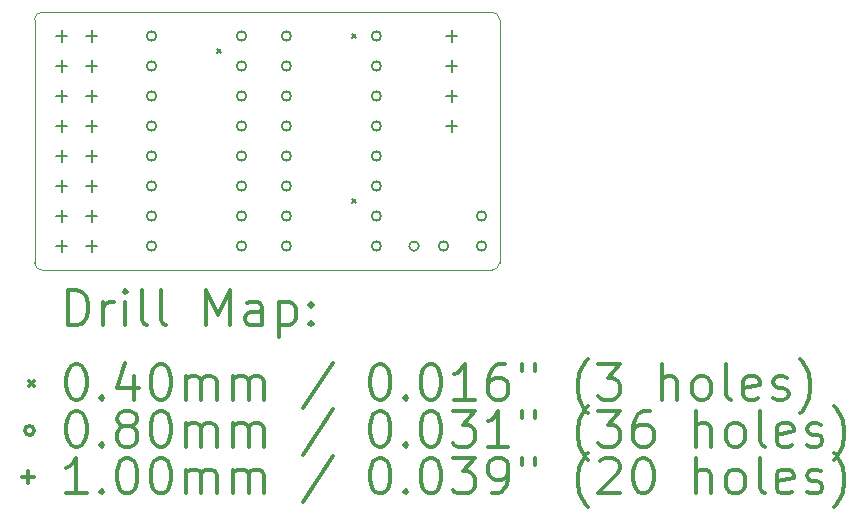
<source format=gbr>
%FSLAX45Y45*%
G04 Gerber Fmt 4.5, Leading zero omitted, Abs format (unit mm)*
G04 Created by KiCad (PCBNEW (5.1.2-1)-1) date 2023-07-30 19:20:17*
%MOMM*%
%LPD*%
G04 APERTURE LIST*
%ADD10C,0.050000*%
%ADD11C,0.200000*%
%ADD12C,0.300000*%
G04 APERTURE END LIST*
D10*
X4914900Y-1066800D02*
G75*
G02X4978400Y-1130300I0J-63500D01*
G01*
X4978400Y-3187700D02*
G75*
G02X4914900Y-3251200I-63500J0D01*
G01*
X1041400Y-1130300D02*
G75*
G02X1104900Y-1066800I63500J0D01*
G01*
X1104900Y-3251200D02*
G75*
G02X1041400Y-3187700I0J63500D01*
G01*
X1041400Y-1130300D02*
X1041400Y-3187700D01*
X4914900Y-3251200D02*
X1104900Y-3251200D01*
X4978400Y-1130300D02*
X4978400Y-3187700D01*
X1104900Y-1066800D02*
X4914900Y-1066800D01*
D11*
X2583500Y-1377000D02*
X2623500Y-1417000D01*
X2623500Y-1377000D02*
X2583500Y-1417000D01*
X3726500Y-1250000D02*
X3766500Y-1290000D01*
X3766500Y-1250000D02*
X3726500Y-1290000D01*
X3726500Y-2647000D02*
X3766500Y-2687000D01*
X3766500Y-2647000D02*
X3726500Y-2687000D01*
X4866000Y-2794000D02*
G75*
G03X4866000Y-2794000I-40000J0D01*
G01*
X4866000Y-3048000D02*
G75*
G03X4866000Y-3048000I-40000J0D01*
G01*
X2072000Y-1270000D02*
G75*
G03X2072000Y-1270000I-40000J0D01*
G01*
X2072000Y-1524000D02*
G75*
G03X2072000Y-1524000I-40000J0D01*
G01*
X2072000Y-1778000D02*
G75*
G03X2072000Y-1778000I-40000J0D01*
G01*
X2072000Y-2032000D02*
G75*
G03X2072000Y-2032000I-40000J0D01*
G01*
X2072000Y-2286000D02*
G75*
G03X2072000Y-2286000I-40000J0D01*
G01*
X2072000Y-2540000D02*
G75*
G03X2072000Y-2540000I-40000J0D01*
G01*
X2072000Y-2794000D02*
G75*
G03X2072000Y-2794000I-40000J0D01*
G01*
X2072000Y-3048000D02*
G75*
G03X2072000Y-3048000I-40000J0D01*
G01*
X2834000Y-1270000D02*
G75*
G03X2834000Y-1270000I-40000J0D01*
G01*
X2834000Y-1524000D02*
G75*
G03X2834000Y-1524000I-40000J0D01*
G01*
X2834000Y-1778000D02*
G75*
G03X2834000Y-1778000I-40000J0D01*
G01*
X2834000Y-2032000D02*
G75*
G03X2834000Y-2032000I-40000J0D01*
G01*
X2834000Y-2286000D02*
G75*
G03X2834000Y-2286000I-40000J0D01*
G01*
X2834000Y-2540000D02*
G75*
G03X2834000Y-2540000I-40000J0D01*
G01*
X2834000Y-2794000D02*
G75*
G03X2834000Y-2794000I-40000J0D01*
G01*
X2834000Y-3048000D02*
G75*
G03X2834000Y-3048000I-40000J0D01*
G01*
X4294500Y-3048000D02*
G75*
G03X4294500Y-3048000I-40000J0D01*
G01*
X4544500Y-3048000D02*
G75*
G03X4544500Y-3048000I-40000J0D01*
G01*
X3213500Y-1270000D02*
G75*
G03X3213500Y-1270000I-40000J0D01*
G01*
X3213500Y-1524000D02*
G75*
G03X3213500Y-1524000I-40000J0D01*
G01*
X3213500Y-1778000D02*
G75*
G03X3213500Y-1778000I-40000J0D01*
G01*
X3213500Y-2032000D02*
G75*
G03X3213500Y-2032000I-40000J0D01*
G01*
X3213500Y-2286000D02*
G75*
G03X3213500Y-2286000I-40000J0D01*
G01*
X3213500Y-2540000D02*
G75*
G03X3213500Y-2540000I-40000J0D01*
G01*
X3213500Y-2794000D02*
G75*
G03X3213500Y-2794000I-40000J0D01*
G01*
X3213500Y-3048000D02*
G75*
G03X3213500Y-3048000I-40000J0D01*
G01*
X3975500Y-1270000D02*
G75*
G03X3975500Y-1270000I-40000J0D01*
G01*
X3975500Y-1524000D02*
G75*
G03X3975500Y-1524000I-40000J0D01*
G01*
X3975500Y-1778000D02*
G75*
G03X3975500Y-1778000I-40000J0D01*
G01*
X3975500Y-2032000D02*
G75*
G03X3975500Y-2032000I-40000J0D01*
G01*
X3975500Y-2286000D02*
G75*
G03X3975500Y-2286000I-40000J0D01*
G01*
X3975500Y-2540000D02*
G75*
G03X3975500Y-2540000I-40000J0D01*
G01*
X3975500Y-2794000D02*
G75*
G03X3975500Y-2794000I-40000J0D01*
G01*
X3975500Y-3048000D02*
G75*
G03X3975500Y-3048000I-40000J0D01*
G01*
X4572000Y-1220000D02*
X4572000Y-1320000D01*
X4522000Y-1270000D02*
X4622000Y-1270000D01*
X4572000Y-1474000D02*
X4572000Y-1574000D01*
X4522000Y-1524000D02*
X4622000Y-1524000D01*
X4572000Y-1728000D02*
X4572000Y-1828000D01*
X4522000Y-1778000D02*
X4622000Y-1778000D01*
X4572000Y-1982000D02*
X4572000Y-2082000D01*
X4522000Y-2032000D02*
X4622000Y-2032000D01*
X1270000Y-1220000D02*
X1270000Y-1320000D01*
X1220000Y-1270000D02*
X1320000Y-1270000D01*
X1270000Y-1474000D02*
X1270000Y-1574000D01*
X1220000Y-1524000D02*
X1320000Y-1524000D01*
X1270000Y-1728000D02*
X1270000Y-1828000D01*
X1220000Y-1778000D02*
X1320000Y-1778000D01*
X1270000Y-1982000D02*
X1270000Y-2082000D01*
X1220000Y-2032000D02*
X1320000Y-2032000D01*
X1270000Y-2236000D02*
X1270000Y-2336000D01*
X1220000Y-2286000D02*
X1320000Y-2286000D01*
X1270000Y-2490000D02*
X1270000Y-2590000D01*
X1220000Y-2540000D02*
X1320000Y-2540000D01*
X1270000Y-2744000D02*
X1270000Y-2844000D01*
X1220000Y-2794000D02*
X1320000Y-2794000D01*
X1270000Y-2998000D02*
X1270000Y-3098000D01*
X1220000Y-3048000D02*
X1320000Y-3048000D01*
X1524000Y-1220000D02*
X1524000Y-1320000D01*
X1474000Y-1270000D02*
X1574000Y-1270000D01*
X1524000Y-1474000D02*
X1524000Y-1574000D01*
X1474000Y-1524000D02*
X1574000Y-1524000D01*
X1524000Y-1728000D02*
X1524000Y-1828000D01*
X1474000Y-1778000D02*
X1574000Y-1778000D01*
X1524000Y-1982000D02*
X1524000Y-2082000D01*
X1474000Y-2032000D02*
X1574000Y-2032000D01*
X1524000Y-2236000D02*
X1524000Y-2336000D01*
X1474000Y-2286000D02*
X1574000Y-2286000D01*
X1524000Y-2490000D02*
X1524000Y-2590000D01*
X1474000Y-2540000D02*
X1574000Y-2540000D01*
X1524000Y-2744000D02*
X1524000Y-2844000D01*
X1474000Y-2794000D02*
X1574000Y-2794000D01*
X1524000Y-2998000D02*
X1524000Y-3098000D01*
X1474000Y-3048000D02*
X1574000Y-3048000D01*
D12*
X1325328Y-3719414D02*
X1325328Y-3419414D01*
X1396757Y-3419414D01*
X1439614Y-3433700D01*
X1468186Y-3462271D01*
X1482471Y-3490843D01*
X1496757Y-3547986D01*
X1496757Y-3590843D01*
X1482471Y-3647986D01*
X1468186Y-3676557D01*
X1439614Y-3705129D01*
X1396757Y-3719414D01*
X1325328Y-3719414D01*
X1625328Y-3719414D02*
X1625328Y-3519414D01*
X1625328Y-3576557D02*
X1639614Y-3547986D01*
X1653900Y-3533700D01*
X1682471Y-3519414D01*
X1711043Y-3519414D01*
X1811043Y-3719414D02*
X1811043Y-3519414D01*
X1811043Y-3419414D02*
X1796757Y-3433700D01*
X1811043Y-3447986D01*
X1825328Y-3433700D01*
X1811043Y-3419414D01*
X1811043Y-3447986D01*
X1996757Y-3719414D02*
X1968186Y-3705129D01*
X1953900Y-3676557D01*
X1953900Y-3419414D01*
X2153900Y-3719414D02*
X2125328Y-3705129D01*
X2111043Y-3676557D01*
X2111043Y-3419414D01*
X2496757Y-3719414D02*
X2496757Y-3419414D01*
X2596757Y-3633700D01*
X2696757Y-3419414D01*
X2696757Y-3719414D01*
X2968186Y-3719414D02*
X2968186Y-3562271D01*
X2953900Y-3533700D01*
X2925328Y-3519414D01*
X2868186Y-3519414D01*
X2839614Y-3533700D01*
X2968186Y-3705129D02*
X2939614Y-3719414D01*
X2868186Y-3719414D01*
X2839614Y-3705129D01*
X2825328Y-3676557D01*
X2825328Y-3647986D01*
X2839614Y-3619414D01*
X2868186Y-3605129D01*
X2939614Y-3605129D01*
X2968186Y-3590843D01*
X3111043Y-3519414D02*
X3111043Y-3819414D01*
X3111043Y-3533700D02*
X3139614Y-3519414D01*
X3196757Y-3519414D01*
X3225328Y-3533700D01*
X3239614Y-3547986D01*
X3253900Y-3576557D01*
X3253900Y-3662271D01*
X3239614Y-3690843D01*
X3225328Y-3705129D01*
X3196757Y-3719414D01*
X3139614Y-3719414D01*
X3111043Y-3705129D01*
X3382471Y-3690843D02*
X3396757Y-3705129D01*
X3382471Y-3719414D01*
X3368186Y-3705129D01*
X3382471Y-3690843D01*
X3382471Y-3719414D01*
X3382471Y-3533700D02*
X3396757Y-3547986D01*
X3382471Y-3562271D01*
X3368186Y-3547986D01*
X3382471Y-3533700D01*
X3382471Y-3562271D01*
X998900Y-4193700D02*
X1038900Y-4233700D01*
X1038900Y-4193700D02*
X998900Y-4233700D01*
X1382471Y-4049414D02*
X1411043Y-4049414D01*
X1439614Y-4063700D01*
X1453900Y-4077986D01*
X1468186Y-4106557D01*
X1482471Y-4163700D01*
X1482471Y-4235129D01*
X1468186Y-4292272D01*
X1453900Y-4320843D01*
X1439614Y-4335129D01*
X1411043Y-4349414D01*
X1382471Y-4349414D01*
X1353900Y-4335129D01*
X1339614Y-4320843D01*
X1325328Y-4292272D01*
X1311043Y-4235129D01*
X1311043Y-4163700D01*
X1325328Y-4106557D01*
X1339614Y-4077986D01*
X1353900Y-4063700D01*
X1382471Y-4049414D01*
X1611043Y-4320843D02*
X1625328Y-4335129D01*
X1611043Y-4349414D01*
X1596757Y-4335129D01*
X1611043Y-4320843D01*
X1611043Y-4349414D01*
X1882471Y-4149414D02*
X1882471Y-4349414D01*
X1811043Y-4035129D02*
X1739614Y-4249414D01*
X1925328Y-4249414D01*
X2096757Y-4049414D02*
X2125328Y-4049414D01*
X2153900Y-4063700D01*
X2168186Y-4077986D01*
X2182471Y-4106557D01*
X2196757Y-4163700D01*
X2196757Y-4235129D01*
X2182471Y-4292272D01*
X2168186Y-4320843D01*
X2153900Y-4335129D01*
X2125328Y-4349414D01*
X2096757Y-4349414D01*
X2068186Y-4335129D01*
X2053900Y-4320843D01*
X2039614Y-4292272D01*
X2025328Y-4235129D01*
X2025328Y-4163700D01*
X2039614Y-4106557D01*
X2053900Y-4077986D01*
X2068186Y-4063700D01*
X2096757Y-4049414D01*
X2325328Y-4349414D02*
X2325328Y-4149414D01*
X2325328Y-4177986D02*
X2339614Y-4163700D01*
X2368186Y-4149414D01*
X2411043Y-4149414D01*
X2439614Y-4163700D01*
X2453900Y-4192271D01*
X2453900Y-4349414D01*
X2453900Y-4192271D02*
X2468186Y-4163700D01*
X2496757Y-4149414D01*
X2539614Y-4149414D01*
X2568186Y-4163700D01*
X2582471Y-4192271D01*
X2582471Y-4349414D01*
X2725328Y-4349414D02*
X2725328Y-4149414D01*
X2725328Y-4177986D02*
X2739614Y-4163700D01*
X2768186Y-4149414D01*
X2811043Y-4149414D01*
X2839614Y-4163700D01*
X2853900Y-4192271D01*
X2853900Y-4349414D01*
X2853900Y-4192271D02*
X2868186Y-4163700D01*
X2896757Y-4149414D01*
X2939614Y-4149414D01*
X2968186Y-4163700D01*
X2982471Y-4192271D01*
X2982471Y-4349414D01*
X3568186Y-4035129D02*
X3311043Y-4420843D01*
X3953900Y-4049414D02*
X3982471Y-4049414D01*
X4011043Y-4063700D01*
X4025328Y-4077986D01*
X4039614Y-4106557D01*
X4053900Y-4163700D01*
X4053900Y-4235129D01*
X4039614Y-4292272D01*
X4025328Y-4320843D01*
X4011043Y-4335129D01*
X3982471Y-4349414D01*
X3953900Y-4349414D01*
X3925328Y-4335129D01*
X3911043Y-4320843D01*
X3896757Y-4292272D01*
X3882471Y-4235129D01*
X3882471Y-4163700D01*
X3896757Y-4106557D01*
X3911043Y-4077986D01*
X3925328Y-4063700D01*
X3953900Y-4049414D01*
X4182471Y-4320843D02*
X4196757Y-4335129D01*
X4182471Y-4349414D01*
X4168186Y-4335129D01*
X4182471Y-4320843D01*
X4182471Y-4349414D01*
X4382471Y-4049414D02*
X4411043Y-4049414D01*
X4439614Y-4063700D01*
X4453900Y-4077986D01*
X4468186Y-4106557D01*
X4482471Y-4163700D01*
X4482471Y-4235129D01*
X4468186Y-4292272D01*
X4453900Y-4320843D01*
X4439614Y-4335129D01*
X4411043Y-4349414D01*
X4382471Y-4349414D01*
X4353900Y-4335129D01*
X4339614Y-4320843D01*
X4325328Y-4292272D01*
X4311043Y-4235129D01*
X4311043Y-4163700D01*
X4325328Y-4106557D01*
X4339614Y-4077986D01*
X4353900Y-4063700D01*
X4382471Y-4049414D01*
X4768186Y-4349414D02*
X4596757Y-4349414D01*
X4682471Y-4349414D02*
X4682471Y-4049414D01*
X4653900Y-4092271D01*
X4625328Y-4120843D01*
X4596757Y-4135129D01*
X5025328Y-4049414D02*
X4968186Y-4049414D01*
X4939614Y-4063700D01*
X4925328Y-4077986D01*
X4896757Y-4120843D01*
X4882471Y-4177986D01*
X4882471Y-4292272D01*
X4896757Y-4320843D01*
X4911043Y-4335129D01*
X4939614Y-4349414D01*
X4996757Y-4349414D01*
X5025328Y-4335129D01*
X5039614Y-4320843D01*
X5053900Y-4292272D01*
X5053900Y-4220843D01*
X5039614Y-4192271D01*
X5025328Y-4177986D01*
X4996757Y-4163700D01*
X4939614Y-4163700D01*
X4911043Y-4177986D01*
X4896757Y-4192271D01*
X4882471Y-4220843D01*
X5168186Y-4049414D02*
X5168186Y-4106557D01*
X5282471Y-4049414D02*
X5282471Y-4106557D01*
X5725328Y-4463700D02*
X5711043Y-4449414D01*
X5682471Y-4406557D01*
X5668186Y-4377986D01*
X5653900Y-4335129D01*
X5639614Y-4263700D01*
X5639614Y-4206557D01*
X5653900Y-4135129D01*
X5668186Y-4092271D01*
X5682471Y-4063700D01*
X5711043Y-4020843D01*
X5725328Y-4006557D01*
X5811043Y-4049414D02*
X5996757Y-4049414D01*
X5896757Y-4163700D01*
X5939614Y-4163700D01*
X5968186Y-4177986D01*
X5982471Y-4192271D01*
X5996757Y-4220843D01*
X5996757Y-4292272D01*
X5982471Y-4320843D01*
X5968186Y-4335129D01*
X5939614Y-4349414D01*
X5853900Y-4349414D01*
X5825328Y-4335129D01*
X5811043Y-4320843D01*
X6353900Y-4349414D02*
X6353900Y-4049414D01*
X6482471Y-4349414D02*
X6482471Y-4192271D01*
X6468186Y-4163700D01*
X6439614Y-4149414D01*
X6396757Y-4149414D01*
X6368186Y-4163700D01*
X6353900Y-4177986D01*
X6668186Y-4349414D02*
X6639614Y-4335129D01*
X6625328Y-4320843D01*
X6611043Y-4292272D01*
X6611043Y-4206557D01*
X6625328Y-4177986D01*
X6639614Y-4163700D01*
X6668186Y-4149414D01*
X6711043Y-4149414D01*
X6739614Y-4163700D01*
X6753900Y-4177986D01*
X6768186Y-4206557D01*
X6768186Y-4292272D01*
X6753900Y-4320843D01*
X6739614Y-4335129D01*
X6711043Y-4349414D01*
X6668186Y-4349414D01*
X6939614Y-4349414D02*
X6911043Y-4335129D01*
X6896757Y-4306557D01*
X6896757Y-4049414D01*
X7168186Y-4335129D02*
X7139614Y-4349414D01*
X7082471Y-4349414D01*
X7053900Y-4335129D01*
X7039614Y-4306557D01*
X7039614Y-4192271D01*
X7053900Y-4163700D01*
X7082471Y-4149414D01*
X7139614Y-4149414D01*
X7168186Y-4163700D01*
X7182471Y-4192271D01*
X7182471Y-4220843D01*
X7039614Y-4249414D01*
X7296757Y-4335129D02*
X7325328Y-4349414D01*
X7382471Y-4349414D01*
X7411043Y-4335129D01*
X7425328Y-4306557D01*
X7425328Y-4292272D01*
X7411043Y-4263700D01*
X7382471Y-4249414D01*
X7339614Y-4249414D01*
X7311043Y-4235129D01*
X7296757Y-4206557D01*
X7296757Y-4192271D01*
X7311043Y-4163700D01*
X7339614Y-4149414D01*
X7382471Y-4149414D01*
X7411043Y-4163700D01*
X7525328Y-4463700D02*
X7539614Y-4449414D01*
X7568186Y-4406557D01*
X7582471Y-4377986D01*
X7596757Y-4335129D01*
X7611043Y-4263700D01*
X7611043Y-4206557D01*
X7596757Y-4135129D01*
X7582471Y-4092271D01*
X7568186Y-4063700D01*
X7539614Y-4020843D01*
X7525328Y-4006557D01*
X1038900Y-4609700D02*
G75*
G03X1038900Y-4609700I-40000J0D01*
G01*
X1382471Y-4445414D02*
X1411043Y-4445414D01*
X1439614Y-4459700D01*
X1453900Y-4473986D01*
X1468186Y-4502557D01*
X1482471Y-4559700D01*
X1482471Y-4631129D01*
X1468186Y-4688272D01*
X1453900Y-4716843D01*
X1439614Y-4731129D01*
X1411043Y-4745414D01*
X1382471Y-4745414D01*
X1353900Y-4731129D01*
X1339614Y-4716843D01*
X1325328Y-4688272D01*
X1311043Y-4631129D01*
X1311043Y-4559700D01*
X1325328Y-4502557D01*
X1339614Y-4473986D01*
X1353900Y-4459700D01*
X1382471Y-4445414D01*
X1611043Y-4716843D02*
X1625328Y-4731129D01*
X1611043Y-4745414D01*
X1596757Y-4731129D01*
X1611043Y-4716843D01*
X1611043Y-4745414D01*
X1796757Y-4573986D02*
X1768186Y-4559700D01*
X1753900Y-4545414D01*
X1739614Y-4516843D01*
X1739614Y-4502557D01*
X1753900Y-4473986D01*
X1768186Y-4459700D01*
X1796757Y-4445414D01*
X1853900Y-4445414D01*
X1882471Y-4459700D01*
X1896757Y-4473986D01*
X1911043Y-4502557D01*
X1911043Y-4516843D01*
X1896757Y-4545414D01*
X1882471Y-4559700D01*
X1853900Y-4573986D01*
X1796757Y-4573986D01*
X1768186Y-4588272D01*
X1753900Y-4602557D01*
X1739614Y-4631129D01*
X1739614Y-4688272D01*
X1753900Y-4716843D01*
X1768186Y-4731129D01*
X1796757Y-4745414D01*
X1853900Y-4745414D01*
X1882471Y-4731129D01*
X1896757Y-4716843D01*
X1911043Y-4688272D01*
X1911043Y-4631129D01*
X1896757Y-4602557D01*
X1882471Y-4588272D01*
X1853900Y-4573986D01*
X2096757Y-4445414D02*
X2125328Y-4445414D01*
X2153900Y-4459700D01*
X2168186Y-4473986D01*
X2182471Y-4502557D01*
X2196757Y-4559700D01*
X2196757Y-4631129D01*
X2182471Y-4688272D01*
X2168186Y-4716843D01*
X2153900Y-4731129D01*
X2125328Y-4745414D01*
X2096757Y-4745414D01*
X2068186Y-4731129D01*
X2053900Y-4716843D01*
X2039614Y-4688272D01*
X2025328Y-4631129D01*
X2025328Y-4559700D01*
X2039614Y-4502557D01*
X2053900Y-4473986D01*
X2068186Y-4459700D01*
X2096757Y-4445414D01*
X2325328Y-4745414D02*
X2325328Y-4545414D01*
X2325328Y-4573986D02*
X2339614Y-4559700D01*
X2368186Y-4545414D01*
X2411043Y-4545414D01*
X2439614Y-4559700D01*
X2453900Y-4588272D01*
X2453900Y-4745414D01*
X2453900Y-4588272D02*
X2468186Y-4559700D01*
X2496757Y-4545414D01*
X2539614Y-4545414D01*
X2568186Y-4559700D01*
X2582471Y-4588272D01*
X2582471Y-4745414D01*
X2725328Y-4745414D02*
X2725328Y-4545414D01*
X2725328Y-4573986D02*
X2739614Y-4559700D01*
X2768186Y-4545414D01*
X2811043Y-4545414D01*
X2839614Y-4559700D01*
X2853900Y-4588272D01*
X2853900Y-4745414D01*
X2853900Y-4588272D02*
X2868186Y-4559700D01*
X2896757Y-4545414D01*
X2939614Y-4545414D01*
X2968186Y-4559700D01*
X2982471Y-4588272D01*
X2982471Y-4745414D01*
X3568186Y-4431129D02*
X3311043Y-4816843D01*
X3953900Y-4445414D02*
X3982471Y-4445414D01*
X4011043Y-4459700D01*
X4025328Y-4473986D01*
X4039614Y-4502557D01*
X4053900Y-4559700D01*
X4053900Y-4631129D01*
X4039614Y-4688272D01*
X4025328Y-4716843D01*
X4011043Y-4731129D01*
X3982471Y-4745414D01*
X3953900Y-4745414D01*
X3925328Y-4731129D01*
X3911043Y-4716843D01*
X3896757Y-4688272D01*
X3882471Y-4631129D01*
X3882471Y-4559700D01*
X3896757Y-4502557D01*
X3911043Y-4473986D01*
X3925328Y-4459700D01*
X3953900Y-4445414D01*
X4182471Y-4716843D02*
X4196757Y-4731129D01*
X4182471Y-4745414D01*
X4168186Y-4731129D01*
X4182471Y-4716843D01*
X4182471Y-4745414D01*
X4382471Y-4445414D02*
X4411043Y-4445414D01*
X4439614Y-4459700D01*
X4453900Y-4473986D01*
X4468186Y-4502557D01*
X4482471Y-4559700D01*
X4482471Y-4631129D01*
X4468186Y-4688272D01*
X4453900Y-4716843D01*
X4439614Y-4731129D01*
X4411043Y-4745414D01*
X4382471Y-4745414D01*
X4353900Y-4731129D01*
X4339614Y-4716843D01*
X4325328Y-4688272D01*
X4311043Y-4631129D01*
X4311043Y-4559700D01*
X4325328Y-4502557D01*
X4339614Y-4473986D01*
X4353900Y-4459700D01*
X4382471Y-4445414D01*
X4582471Y-4445414D02*
X4768186Y-4445414D01*
X4668186Y-4559700D01*
X4711043Y-4559700D01*
X4739614Y-4573986D01*
X4753900Y-4588272D01*
X4768186Y-4616843D01*
X4768186Y-4688272D01*
X4753900Y-4716843D01*
X4739614Y-4731129D01*
X4711043Y-4745414D01*
X4625328Y-4745414D01*
X4596757Y-4731129D01*
X4582471Y-4716843D01*
X5053900Y-4745414D02*
X4882471Y-4745414D01*
X4968186Y-4745414D02*
X4968186Y-4445414D01*
X4939614Y-4488272D01*
X4911043Y-4516843D01*
X4882471Y-4531129D01*
X5168186Y-4445414D02*
X5168186Y-4502557D01*
X5282471Y-4445414D02*
X5282471Y-4502557D01*
X5725328Y-4859700D02*
X5711043Y-4845414D01*
X5682471Y-4802557D01*
X5668186Y-4773986D01*
X5653900Y-4731129D01*
X5639614Y-4659700D01*
X5639614Y-4602557D01*
X5653900Y-4531129D01*
X5668186Y-4488272D01*
X5682471Y-4459700D01*
X5711043Y-4416843D01*
X5725328Y-4402557D01*
X5811043Y-4445414D02*
X5996757Y-4445414D01*
X5896757Y-4559700D01*
X5939614Y-4559700D01*
X5968186Y-4573986D01*
X5982471Y-4588272D01*
X5996757Y-4616843D01*
X5996757Y-4688272D01*
X5982471Y-4716843D01*
X5968186Y-4731129D01*
X5939614Y-4745414D01*
X5853900Y-4745414D01*
X5825328Y-4731129D01*
X5811043Y-4716843D01*
X6253900Y-4445414D02*
X6196757Y-4445414D01*
X6168186Y-4459700D01*
X6153900Y-4473986D01*
X6125328Y-4516843D01*
X6111043Y-4573986D01*
X6111043Y-4688272D01*
X6125328Y-4716843D01*
X6139614Y-4731129D01*
X6168186Y-4745414D01*
X6225328Y-4745414D01*
X6253900Y-4731129D01*
X6268186Y-4716843D01*
X6282471Y-4688272D01*
X6282471Y-4616843D01*
X6268186Y-4588272D01*
X6253900Y-4573986D01*
X6225328Y-4559700D01*
X6168186Y-4559700D01*
X6139614Y-4573986D01*
X6125328Y-4588272D01*
X6111043Y-4616843D01*
X6639614Y-4745414D02*
X6639614Y-4445414D01*
X6768186Y-4745414D02*
X6768186Y-4588272D01*
X6753900Y-4559700D01*
X6725328Y-4545414D01*
X6682471Y-4545414D01*
X6653900Y-4559700D01*
X6639614Y-4573986D01*
X6953900Y-4745414D02*
X6925328Y-4731129D01*
X6911043Y-4716843D01*
X6896757Y-4688272D01*
X6896757Y-4602557D01*
X6911043Y-4573986D01*
X6925328Y-4559700D01*
X6953900Y-4545414D01*
X6996757Y-4545414D01*
X7025328Y-4559700D01*
X7039614Y-4573986D01*
X7053900Y-4602557D01*
X7053900Y-4688272D01*
X7039614Y-4716843D01*
X7025328Y-4731129D01*
X6996757Y-4745414D01*
X6953900Y-4745414D01*
X7225328Y-4745414D02*
X7196757Y-4731129D01*
X7182471Y-4702557D01*
X7182471Y-4445414D01*
X7453900Y-4731129D02*
X7425328Y-4745414D01*
X7368186Y-4745414D01*
X7339614Y-4731129D01*
X7325328Y-4702557D01*
X7325328Y-4588272D01*
X7339614Y-4559700D01*
X7368186Y-4545414D01*
X7425328Y-4545414D01*
X7453900Y-4559700D01*
X7468186Y-4588272D01*
X7468186Y-4616843D01*
X7325328Y-4645414D01*
X7582471Y-4731129D02*
X7611043Y-4745414D01*
X7668186Y-4745414D01*
X7696757Y-4731129D01*
X7711043Y-4702557D01*
X7711043Y-4688272D01*
X7696757Y-4659700D01*
X7668186Y-4645414D01*
X7625328Y-4645414D01*
X7596757Y-4631129D01*
X7582471Y-4602557D01*
X7582471Y-4588272D01*
X7596757Y-4559700D01*
X7625328Y-4545414D01*
X7668186Y-4545414D01*
X7696757Y-4559700D01*
X7811043Y-4859700D02*
X7825328Y-4845414D01*
X7853900Y-4802557D01*
X7868186Y-4773986D01*
X7882471Y-4731129D01*
X7896757Y-4659700D01*
X7896757Y-4602557D01*
X7882471Y-4531129D01*
X7868186Y-4488272D01*
X7853900Y-4459700D01*
X7825328Y-4416843D01*
X7811043Y-4402557D01*
X988900Y-4955700D02*
X988900Y-5055700D01*
X938900Y-5005700D02*
X1038900Y-5005700D01*
X1482471Y-5141414D02*
X1311043Y-5141414D01*
X1396757Y-5141414D02*
X1396757Y-4841414D01*
X1368186Y-4884272D01*
X1339614Y-4912843D01*
X1311043Y-4927129D01*
X1611043Y-5112843D02*
X1625328Y-5127129D01*
X1611043Y-5141414D01*
X1596757Y-5127129D01*
X1611043Y-5112843D01*
X1611043Y-5141414D01*
X1811043Y-4841414D02*
X1839614Y-4841414D01*
X1868186Y-4855700D01*
X1882471Y-4869986D01*
X1896757Y-4898557D01*
X1911043Y-4955700D01*
X1911043Y-5027129D01*
X1896757Y-5084272D01*
X1882471Y-5112843D01*
X1868186Y-5127129D01*
X1839614Y-5141414D01*
X1811043Y-5141414D01*
X1782471Y-5127129D01*
X1768186Y-5112843D01*
X1753900Y-5084272D01*
X1739614Y-5027129D01*
X1739614Y-4955700D01*
X1753900Y-4898557D01*
X1768186Y-4869986D01*
X1782471Y-4855700D01*
X1811043Y-4841414D01*
X2096757Y-4841414D02*
X2125328Y-4841414D01*
X2153900Y-4855700D01*
X2168186Y-4869986D01*
X2182471Y-4898557D01*
X2196757Y-4955700D01*
X2196757Y-5027129D01*
X2182471Y-5084272D01*
X2168186Y-5112843D01*
X2153900Y-5127129D01*
X2125328Y-5141414D01*
X2096757Y-5141414D01*
X2068186Y-5127129D01*
X2053900Y-5112843D01*
X2039614Y-5084272D01*
X2025328Y-5027129D01*
X2025328Y-4955700D01*
X2039614Y-4898557D01*
X2053900Y-4869986D01*
X2068186Y-4855700D01*
X2096757Y-4841414D01*
X2325328Y-5141414D02*
X2325328Y-4941414D01*
X2325328Y-4969986D02*
X2339614Y-4955700D01*
X2368186Y-4941414D01*
X2411043Y-4941414D01*
X2439614Y-4955700D01*
X2453900Y-4984272D01*
X2453900Y-5141414D01*
X2453900Y-4984272D02*
X2468186Y-4955700D01*
X2496757Y-4941414D01*
X2539614Y-4941414D01*
X2568186Y-4955700D01*
X2582471Y-4984272D01*
X2582471Y-5141414D01*
X2725328Y-5141414D02*
X2725328Y-4941414D01*
X2725328Y-4969986D02*
X2739614Y-4955700D01*
X2768186Y-4941414D01*
X2811043Y-4941414D01*
X2839614Y-4955700D01*
X2853900Y-4984272D01*
X2853900Y-5141414D01*
X2853900Y-4984272D02*
X2868186Y-4955700D01*
X2896757Y-4941414D01*
X2939614Y-4941414D01*
X2968186Y-4955700D01*
X2982471Y-4984272D01*
X2982471Y-5141414D01*
X3568186Y-4827129D02*
X3311043Y-5212843D01*
X3953900Y-4841414D02*
X3982471Y-4841414D01*
X4011043Y-4855700D01*
X4025328Y-4869986D01*
X4039614Y-4898557D01*
X4053900Y-4955700D01*
X4053900Y-5027129D01*
X4039614Y-5084272D01*
X4025328Y-5112843D01*
X4011043Y-5127129D01*
X3982471Y-5141414D01*
X3953900Y-5141414D01*
X3925328Y-5127129D01*
X3911043Y-5112843D01*
X3896757Y-5084272D01*
X3882471Y-5027129D01*
X3882471Y-4955700D01*
X3896757Y-4898557D01*
X3911043Y-4869986D01*
X3925328Y-4855700D01*
X3953900Y-4841414D01*
X4182471Y-5112843D02*
X4196757Y-5127129D01*
X4182471Y-5141414D01*
X4168186Y-5127129D01*
X4182471Y-5112843D01*
X4182471Y-5141414D01*
X4382471Y-4841414D02*
X4411043Y-4841414D01*
X4439614Y-4855700D01*
X4453900Y-4869986D01*
X4468186Y-4898557D01*
X4482471Y-4955700D01*
X4482471Y-5027129D01*
X4468186Y-5084272D01*
X4453900Y-5112843D01*
X4439614Y-5127129D01*
X4411043Y-5141414D01*
X4382471Y-5141414D01*
X4353900Y-5127129D01*
X4339614Y-5112843D01*
X4325328Y-5084272D01*
X4311043Y-5027129D01*
X4311043Y-4955700D01*
X4325328Y-4898557D01*
X4339614Y-4869986D01*
X4353900Y-4855700D01*
X4382471Y-4841414D01*
X4582471Y-4841414D02*
X4768186Y-4841414D01*
X4668186Y-4955700D01*
X4711043Y-4955700D01*
X4739614Y-4969986D01*
X4753900Y-4984272D01*
X4768186Y-5012843D01*
X4768186Y-5084272D01*
X4753900Y-5112843D01*
X4739614Y-5127129D01*
X4711043Y-5141414D01*
X4625328Y-5141414D01*
X4596757Y-5127129D01*
X4582471Y-5112843D01*
X4911043Y-5141414D02*
X4968186Y-5141414D01*
X4996757Y-5127129D01*
X5011043Y-5112843D01*
X5039614Y-5069986D01*
X5053900Y-5012843D01*
X5053900Y-4898557D01*
X5039614Y-4869986D01*
X5025328Y-4855700D01*
X4996757Y-4841414D01*
X4939614Y-4841414D01*
X4911043Y-4855700D01*
X4896757Y-4869986D01*
X4882471Y-4898557D01*
X4882471Y-4969986D01*
X4896757Y-4998557D01*
X4911043Y-5012843D01*
X4939614Y-5027129D01*
X4996757Y-5027129D01*
X5025328Y-5012843D01*
X5039614Y-4998557D01*
X5053900Y-4969986D01*
X5168186Y-4841414D02*
X5168186Y-4898557D01*
X5282471Y-4841414D02*
X5282471Y-4898557D01*
X5725328Y-5255700D02*
X5711043Y-5241414D01*
X5682471Y-5198557D01*
X5668186Y-5169986D01*
X5653900Y-5127129D01*
X5639614Y-5055700D01*
X5639614Y-4998557D01*
X5653900Y-4927129D01*
X5668186Y-4884272D01*
X5682471Y-4855700D01*
X5711043Y-4812843D01*
X5725328Y-4798557D01*
X5825328Y-4869986D02*
X5839614Y-4855700D01*
X5868186Y-4841414D01*
X5939614Y-4841414D01*
X5968186Y-4855700D01*
X5982471Y-4869986D01*
X5996757Y-4898557D01*
X5996757Y-4927129D01*
X5982471Y-4969986D01*
X5811043Y-5141414D01*
X5996757Y-5141414D01*
X6182471Y-4841414D02*
X6211043Y-4841414D01*
X6239614Y-4855700D01*
X6253900Y-4869986D01*
X6268186Y-4898557D01*
X6282471Y-4955700D01*
X6282471Y-5027129D01*
X6268186Y-5084272D01*
X6253900Y-5112843D01*
X6239614Y-5127129D01*
X6211043Y-5141414D01*
X6182471Y-5141414D01*
X6153900Y-5127129D01*
X6139614Y-5112843D01*
X6125328Y-5084272D01*
X6111043Y-5027129D01*
X6111043Y-4955700D01*
X6125328Y-4898557D01*
X6139614Y-4869986D01*
X6153900Y-4855700D01*
X6182471Y-4841414D01*
X6639614Y-5141414D02*
X6639614Y-4841414D01*
X6768186Y-5141414D02*
X6768186Y-4984272D01*
X6753900Y-4955700D01*
X6725328Y-4941414D01*
X6682471Y-4941414D01*
X6653900Y-4955700D01*
X6639614Y-4969986D01*
X6953900Y-5141414D02*
X6925328Y-5127129D01*
X6911043Y-5112843D01*
X6896757Y-5084272D01*
X6896757Y-4998557D01*
X6911043Y-4969986D01*
X6925328Y-4955700D01*
X6953900Y-4941414D01*
X6996757Y-4941414D01*
X7025328Y-4955700D01*
X7039614Y-4969986D01*
X7053900Y-4998557D01*
X7053900Y-5084272D01*
X7039614Y-5112843D01*
X7025328Y-5127129D01*
X6996757Y-5141414D01*
X6953900Y-5141414D01*
X7225328Y-5141414D02*
X7196757Y-5127129D01*
X7182471Y-5098557D01*
X7182471Y-4841414D01*
X7453900Y-5127129D02*
X7425328Y-5141414D01*
X7368186Y-5141414D01*
X7339614Y-5127129D01*
X7325328Y-5098557D01*
X7325328Y-4984272D01*
X7339614Y-4955700D01*
X7368186Y-4941414D01*
X7425328Y-4941414D01*
X7453900Y-4955700D01*
X7468186Y-4984272D01*
X7468186Y-5012843D01*
X7325328Y-5041414D01*
X7582471Y-5127129D02*
X7611043Y-5141414D01*
X7668186Y-5141414D01*
X7696757Y-5127129D01*
X7711043Y-5098557D01*
X7711043Y-5084272D01*
X7696757Y-5055700D01*
X7668186Y-5041414D01*
X7625328Y-5041414D01*
X7596757Y-5027129D01*
X7582471Y-4998557D01*
X7582471Y-4984272D01*
X7596757Y-4955700D01*
X7625328Y-4941414D01*
X7668186Y-4941414D01*
X7696757Y-4955700D01*
X7811043Y-5255700D02*
X7825328Y-5241414D01*
X7853900Y-5198557D01*
X7868186Y-5169986D01*
X7882471Y-5127129D01*
X7896757Y-5055700D01*
X7896757Y-4998557D01*
X7882471Y-4927129D01*
X7868186Y-4884272D01*
X7853900Y-4855700D01*
X7825328Y-4812843D01*
X7811043Y-4798557D01*
M02*

</source>
